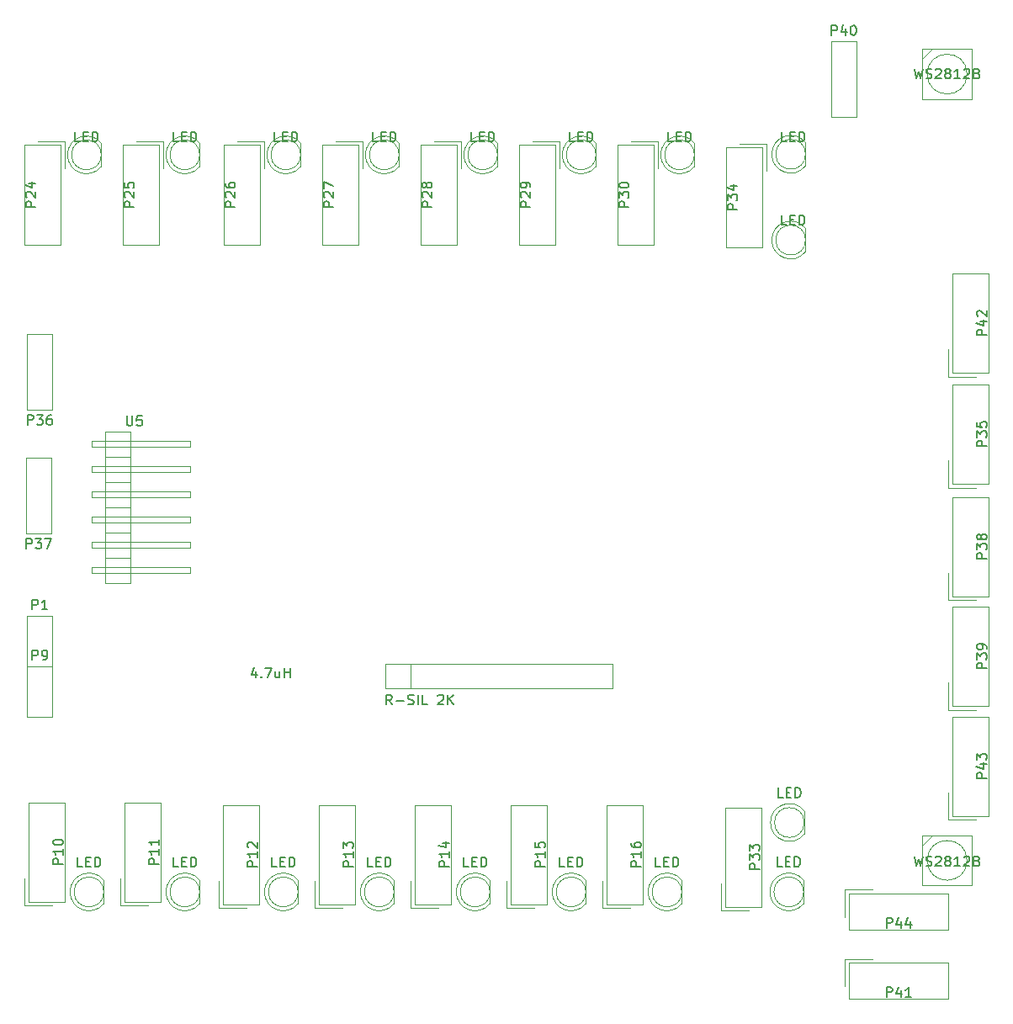
<source format=gbr>
G04 #@! TF.FileFunction,Other,Fab,Top*
%FSLAX46Y46*%
G04 Gerber Fmt 4.6, Leading zero omitted, Abs format (unit mm)*
G04 Created by KiCad (PCBNEW 4.0.6-e0-6349~53~ubuntu16.04.1) date Thu Jun 29 18:49:34 2017*
%MOMM*%
%LPD*%
G01*
G04 APERTURE LIST*
%ADD10C,0.100000*%
%ADD11C,0.150000*%
G04 APERTURE END LIST*
D10*
X132818555Y-106530524D02*
G75*
G03X132818000Y-108862190I-1500555J-1165476D01*
G01*
X132818000Y-107696000D02*
G75*
G03X132818000Y-107696000I-1500000J0D01*
G01*
X132818000Y-108862190D02*
X132818000Y-106529810D01*
X142470555Y-106530524D02*
G75*
G03X142470000Y-108862190I-1500555J-1165476D01*
G01*
X142470000Y-107696000D02*
G75*
G03X142470000Y-107696000I-1500000J0D01*
G01*
X142470000Y-108862190D02*
X142470000Y-106529810D01*
X152376555Y-106530524D02*
G75*
G03X152376000Y-108862190I-1500555J-1165476D01*
G01*
X152376000Y-107696000D02*
G75*
G03X152376000Y-107696000I-1500000J0D01*
G01*
X152376000Y-108862190D02*
X152376000Y-106529810D01*
X162028555Y-106530524D02*
G75*
G03X162028000Y-108862190I-1500555J-1165476D01*
G01*
X162028000Y-107696000D02*
G75*
G03X162028000Y-107696000I-1500000J0D01*
G01*
X162028000Y-108862190D02*
X162028000Y-106529810D01*
X171680555Y-106530524D02*
G75*
G03X171680000Y-108862190I-1500555J-1165476D01*
G01*
X171680000Y-107696000D02*
G75*
G03X171680000Y-107696000I-1500000J0D01*
G01*
X171680000Y-108862190D02*
X171680000Y-106529810D01*
X181332555Y-106530524D02*
G75*
G03X181332000Y-108862190I-1500555J-1165476D01*
G01*
X181332000Y-107696000D02*
G75*
G03X181332000Y-107696000I-1500000J0D01*
G01*
X181332000Y-108862190D02*
X181332000Y-106529810D01*
X190984555Y-106530524D02*
G75*
G03X190984000Y-108862190I-1500555J-1165476D01*
G01*
X190984000Y-107696000D02*
G75*
G03X190984000Y-107696000I-1500000J0D01*
G01*
X190984000Y-108862190D02*
X190984000Y-106529810D01*
X132564555Y-32362524D02*
G75*
G03X132564000Y-34694190I-1500555J-1165476D01*
G01*
X132564000Y-33528000D02*
G75*
G03X132564000Y-33528000I-1500000J0D01*
G01*
X132564000Y-34694190D02*
X132564000Y-32361810D01*
X142470555Y-32362524D02*
G75*
G03X142470000Y-34694190I-1500555J-1165476D01*
G01*
X142470000Y-33528000D02*
G75*
G03X142470000Y-33528000I-1500000J0D01*
G01*
X142470000Y-34694190D02*
X142470000Y-32361810D01*
X152630555Y-32362524D02*
G75*
G03X152630000Y-34694190I-1500555J-1165476D01*
G01*
X152630000Y-33528000D02*
G75*
G03X152630000Y-33528000I-1500000J0D01*
G01*
X152630000Y-34694190D02*
X152630000Y-32361810D01*
X162536555Y-32362524D02*
G75*
G03X162536000Y-34694190I-1500555J-1165476D01*
G01*
X162536000Y-33528000D02*
G75*
G03X162536000Y-33528000I-1500000J0D01*
G01*
X162536000Y-34694190D02*
X162536000Y-32361810D01*
X172442555Y-32362524D02*
G75*
G03X172442000Y-34694190I-1500555J-1165476D01*
G01*
X172442000Y-33528000D02*
G75*
G03X172442000Y-33528000I-1500000J0D01*
G01*
X172442000Y-34694190D02*
X172442000Y-32361810D01*
X182348555Y-32362524D02*
G75*
G03X182348000Y-34694190I-1500555J-1165476D01*
G01*
X182348000Y-33528000D02*
G75*
G03X182348000Y-33528000I-1500000J0D01*
G01*
X182348000Y-34694190D02*
X182348000Y-32361810D01*
X192254555Y-32362524D02*
G75*
G03X192254000Y-34694190I-1500555J-1165476D01*
G01*
X192254000Y-33528000D02*
G75*
G03X192254000Y-33528000I-1500000J0D01*
G01*
X192254000Y-34694190D02*
X192254000Y-32361810D01*
X203240055Y-106530524D02*
G75*
G03X203239500Y-108862190I-1500555J-1165476D01*
G01*
X203239500Y-107696000D02*
G75*
G03X203239500Y-107696000I-1500000J0D01*
G01*
X203239500Y-108862190D02*
X203239500Y-106529810D01*
X203303555Y-99545524D02*
G75*
G03X203303000Y-101877190I-1500555J-1165476D01*
G01*
X203303000Y-100711000D02*
G75*
G03X203303000Y-100711000I-1500000J0D01*
G01*
X203303000Y-101877190D02*
X203303000Y-99544810D01*
X203430555Y-32299024D02*
G75*
G03X203430000Y-34630690I-1500555J-1165476D01*
G01*
X203430000Y-33464500D02*
G75*
G03X203430000Y-33464500I-1500000J0D01*
G01*
X203430000Y-34630690D02*
X203430000Y-32298310D01*
X203430555Y-40935024D02*
G75*
G03X203430000Y-43266690I-1500555J-1165476D01*
G01*
X203430000Y-42100500D02*
G75*
G03X203430000Y-42100500I-1500000J0D01*
G01*
X203430000Y-43266690D02*
X203430000Y-40934310D01*
X215178000Y-103021000D02*
X216178000Y-102021000D01*
X220178000Y-107021000D02*
X220178000Y-102021000D01*
X220178000Y-102021000D02*
X215178000Y-102021000D01*
X215178000Y-102021000D02*
X215178000Y-107021000D01*
X215178000Y-107021000D02*
X220178000Y-107021000D01*
X219678000Y-104521000D02*
G75*
G03X219678000Y-104521000I-2000000J0D01*
G01*
X215178000Y-23900000D02*
X216178000Y-22900000D01*
X220178000Y-27900000D02*
X220178000Y-22900000D01*
X220178000Y-22900000D02*
X215178000Y-22900000D01*
X215178000Y-22900000D02*
X215178000Y-27900000D01*
X215178000Y-27900000D02*
X220178000Y-27900000D01*
X219678000Y-25400000D02*
G75*
G03X219678000Y-25400000I-2000000J0D01*
G01*
X125095000Y-79883000D02*
X125095000Y-84963000D01*
X125095000Y-84963000D02*
X127635000Y-84963000D01*
X127635000Y-84963000D02*
X127635000Y-79883000D01*
X127635000Y-79883000D02*
X125095000Y-79883000D01*
X125095000Y-84963000D02*
X125095000Y-90043000D01*
X125095000Y-90043000D02*
X127635000Y-90043000D01*
X127635000Y-90043000D02*
X127635000Y-84963000D01*
X127635000Y-84963000D02*
X125095000Y-84963000D01*
X125246000Y-108680000D02*
X128896000Y-108680000D01*
X128896000Y-108680000D02*
X128896000Y-98680000D01*
X128896000Y-98680000D02*
X125246000Y-98680000D01*
X125246000Y-98680000D02*
X125246000Y-108680000D01*
X124846000Y-106330000D02*
X124846000Y-109080000D01*
X124846000Y-109080000D02*
X127596000Y-109080000D01*
X134898000Y-108680000D02*
X138548000Y-108680000D01*
X138548000Y-108680000D02*
X138548000Y-98680000D01*
X138548000Y-98680000D02*
X134898000Y-98680000D01*
X134898000Y-98680000D02*
X134898000Y-108680000D01*
X134498000Y-106330000D02*
X134498000Y-109080000D01*
X134498000Y-109080000D02*
X137248000Y-109080000D01*
X144804000Y-108934000D02*
X148454000Y-108934000D01*
X148454000Y-108934000D02*
X148454000Y-98934000D01*
X148454000Y-98934000D02*
X144804000Y-98934000D01*
X144804000Y-98934000D02*
X144804000Y-108934000D01*
X144404000Y-106584000D02*
X144404000Y-109334000D01*
X144404000Y-109334000D02*
X147154000Y-109334000D01*
X154456000Y-108934000D02*
X158106000Y-108934000D01*
X158106000Y-108934000D02*
X158106000Y-98934000D01*
X158106000Y-98934000D02*
X154456000Y-98934000D01*
X154456000Y-98934000D02*
X154456000Y-108934000D01*
X154056000Y-106584000D02*
X154056000Y-109334000D01*
X154056000Y-109334000D02*
X156806000Y-109334000D01*
X164108000Y-108934000D02*
X167758000Y-108934000D01*
X167758000Y-108934000D02*
X167758000Y-98934000D01*
X167758000Y-98934000D02*
X164108000Y-98934000D01*
X164108000Y-98934000D02*
X164108000Y-108934000D01*
X163708000Y-106584000D02*
X163708000Y-109334000D01*
X163708000Y-109334000D02*
X166458000Y-109334000D01*
X173760000Y-108934000D02*
X177410000Y-108934000D01*
X177410000Y-108934000D02*
X177410000Y-98934000D01*
X177410000Y-98934000D02*
X173760000Y-98934000D01*
X173760000Y-98934000D02*
X173760000Y-108934000D01*
X173360000Y-106584000D02*
X173360000Y-109334000D01*
X173360000Y-109334000D02*
X176110000Y-109334000D01*
X183412000Y-108934000D02*
X187062000Y-108934000D01*
X187062000Y-108934000D02*
X187062000Y-98934000D01*
X187062000Y-98934000D02*
X183412000Y-98934000D01*
X183412000Y-98934000D02*
X183412000Y-108934000D01*
X183012000Y-106584000D02*
X183012000Y-109334000D01*
X183012000Y-109334000D02*
X185762000Y-109334000D01*
X128500000Y-32544000D02*
X124850000Y-32544000D01*
X124850000Y-32544000D02*
X124850000Y-42544000D01*
X124850000Y-42544000D02*
X128500000Y-42544000D01*
X128500000Y-42544000D02*
X128500000Y-32544000D01*
X128900000Y-34894000D02*
X128900000Y-32144000D01*
X128900000Y-32144000D02*
X126150000Y-32144000D01*
X138406000Y-32544000D02*
X134756000Y-32544000D01*
X134756000Y-32544000D02*
X134756000Y-42544000D01*
X134756000Y-42544000D02*
X138406000Y-42544000D01*
X138406000Y-42544000D02*
X138406000Y-32544000D01*
X138806000Y-34894000D02*
X138806000Y-32144000D01*
X138806000Y-32144000D02*
X136056000Y-32144000D01*
X148566000Y-32544000D02*
X144916000Y-32544000D01*
X144916000Y-32544000D02*
X144916000Y-42544000D01*
X144916000Y-42544000D02*
X148566000Y-42544000D01*
X148566000Y-42544000D02*
X148566000Y-32544000D01*
X148966000Y-34894000D02*
X148966000Y-32144000D01*
X148966000Y-32144000D02*
X146216000Y-32144000D01*
X158472000Y-32544000D02*
X154822000Y-32544000D01*
X154822000Y-32544000D02*
X154822000Y-42544000D01*
X154822000Y-42544000D02*
X158472000Y-42544000D01*
X158472000Y-42544000D02*
X158472000Y-32544000D01*
X158872000Y-34894000D02*
X158872000Y-32144000D01*
X158872000Y-32144000D02*
X156122000Y-32144000D01*
X168378000Y-32544000D02*
X164728000Y-32544000D01*
X164728000Y-32544000D02*
X164728000Y-42544000D01*
X164728000Y-42544000D02*
X168378000Y-42544000D01*
X168378000Y-42544000D02*
X168378000Y-32544000D01*
X168778000Y-34894000D02*
X168778000Y-32144000D01*
X168778000Y-32144000D02*
X166028000Y-32144000D01*
X178284000Y-32544000D02*
X174634000Y-32544000D01*
X174634000Y-32544000D02*
X174634000Y-42544000D01*
X174634000Y-42544000D02*
X178284000Y-42544000D01*
X178284000Y-42544000D02*
X178284000Y-32544000D01*
X178684000Y-34894000D02*
X178684000Y-32144000D01*
X178684000Y-32144000D02*
X175934000Y-32144000D01*
X188190000Y-32544000D02*
X184540000Y-32544000D01*
X184540000Y-32544000D02*
X184540000Y-42544000D01*
X184540000Y-42544000D02*
X188190000Y-42544000D01*
X188190000Y-42544000D02*
X188190000Y-32544000D01*
X188590000Y-34894000D02*
X188590000Y-32144000D01*
X188590000Y-32144000D02*
X185840000Y-32144000D01*
X195350000Y-109188000D02*
X199000000Y-109188000D01*
X199000000Y-109188000D02*
X199000000Y-99188000D01*
X199000000Y-99188000D02*
X195350000Y-99188000D01*
X195350000Y-99188000D02*
X195350000Y-109188000D01*
X194950000Y-106838000D02*
X194950000Y-109588000D01*
X194950000Y-109588000D02*
X197700000Y-109588000D01*
X199112000Y-32798000D02*
X195462000Y-32798000D01*
X195462000Y-32798000D02*
X195462000Y-42798000D01*
X195462000Y-42798000D02*
X199112000Y-42798000D01*
X199112000Y-42798000D02*
X199112000Y-32798000D01*
X199512000Y-35148000D02*
X199512000Y-32398000D01*
X199512000Y-32398000D02*
X196762000Y-32398000D01*
X127635000Y-59182000D02*
X127635000Y-51562000D01*
X127635000Y-51562000D02*
X125095000Y-51562000D01*
X125095000Y-51562000D02*
X125095000Y-59182000D01*
X125095000Y-59182000D02*
X127635000Y-59182000D01*
X127508000Y-71628000D02*
X127508000Y-64008000D01*
X127508000Y-64008000D02*
X124968000Y-64008000D01*
X124968000Y-64008000D02*
X124968000Y-71628000D01*
X124968000Y-71628000D02*
X127508000Y-71628000D01*
X205994000Y-22098000D02*
X205994000Y-29718000D01*
X205994000Y-29718000D02*
X208534000Y-29718000D01*
X208534000Y-29718000D02*
X208534000Y-22098000D01*
X208534000Y-22098000D02*
X205994000Y-22098000D01*
X161143000Y-84729000D02*
X161143000Y-87229000D01*
X161143000Y-87229000D02*
X184043000Y-87229000D01*
X184043000Y-87229000D02*
X184043000Y-84729000D01*
X184043000Y-84729000D02*
X161143000Y-84729000D01*
X163703000Y-84729000D02*
X163703000Y-87229000D01*
X132972000Y-61341000D02*
X132972000Y-63881000D01*
X132972000Y-63881000D02*
X135472000Y-63881000D01*
X135472000Y-63881000D02*
X135472000Y-61341000D01*
X135472000Y-61341000D02*
X132972000Y-61341000D01*
X131572000Y-62291000D02*
X131572000Y-62931000D01*
X131572000Y-62931000D02*
X141472000Y-62931000D01*
X141472000Y-62931000D02*
X141472000Y-62291000D01*
X141472000Y-62291000D02*
X131572000Y-62291000D01*
X132972000Y-63881000D02*
X132972000Y-66421000D01*
X132972000Y-66421000D02*
X135472000Y-66421000D01*
X135472000Y-66421000D02*
X135472000Y-63881000D01*
X135472000Y-63881000D02*
X132972000Y-63881000D01*
X131572000Y-64831000D02*
X131572000Y-65471000D01*
X131572000Y-65471000D02*
X141472000Y-65471000D01*
X141472000Y-65471000D02*
X141472000Y-64831000D01*
X141472000Y-64831000D02*
X131572000Y-64831000D01*
X132972000Y-66421000D02*
X132972000Y-68961000D01*
X132972000Y-68961000D02*
X135472000Y-68961000D01*
X135472000Y-68961000D02*
X135472000Y-66421000D01*
X135472000Y-66421000D02*
X132972000Y-66421000D01*
X131572000Y-67371000D02*
X131572000Y-68011000D01*
X131572000Y-68011000D02*
X141472000Y-68011000D01*
X141472000Y-68011000D02*
X141472000Y-67371000D01*
X141472000Y-67371000D02*
X131572000Y-67371000D01*
X132972000Y-68961000D02*
X132972000Y-71501000D01*
X132972000Y-71501000D02*
X135472000Y-71501000D01*
X135472000Y-71501000D02*
X135472000Y-68961000D01*
X135472000Y-68961000D02*
X132972000Y-68961000D01*
X131572000Y-69911000D02*
X131572000Y-70551000D01*
X131572000Y-70551000D02*
X141472000Y-70551000D01*
X141472000Y-70551000D02*
X141472000Y-69911000D01*
X141472000Y-69911000D02*
X131572000Y-69911000D01*
X132972000Y-71501000D02*
X132972000Y-74041000D01*
X132972000Y-74041000D02*
X135472000Y-74041000D01*
X135472000Y-74041000D02*
X135472000Y-71501000D01*
X135472000Y-71501000D02*
X132972000Y-71501000D01*
X131572000Y-72451000D02*
X131572000Y-73091000D01*
X131572000Y-73091000D02*
X141472000Y-73091000D01*
X141472000Y-73091000D02*
X141472000Y-72451000D01*
X141472000Y-72451000D02*
X131572000Y-72451000D01*
X132972000Y-74041000D02*
X132972000Y-76581000D01*
X132972000Y-76581000D02*
X135472000Y-76581000D01*
X135472000Y-76581000D02*
X135472000Y-74041000D01*
X135472000Y-74041000D02*
X132972000Y-74041000D01*
X131572000Y-74991000D02*
X131572000Y-75631000D01*
X131572000Y-75631000D02*
X141472000Y-75631000D01*
X141472000Y-75631000D02*
X141472000Y-74991000D01*
X141472000Y-74991000D02*
X131572000Y-74991000D01*
X218210000Y-66643000D02*
X221860000Y-66643000D01*
X221860000Y-66643000D02*
X221860000Y-56643000D01*
X221860000Y-56643000D02*
X218210000Y-56643000D01*
X218210000Y-56643000D02*
X218210000Y-66643000D01*
X217810000Y-64293000D02*
X217810000Y-67043000D01*
X217810000Y-67043000D02*
X220560000Y-67043000D01*
X218210000Y-77946000D02*
X221860000Y-77946000D01*
X221860000Y-77946000D02*
X221860000Y-67946000D01*
X221860000Y-67946000D02*
X218210000Y-67946000D01*
X218210000Y-67946000D02*
X218210000Y-77946000D01*
X217810000Y-75596000D02*
X217810000Y-78346000D01*
X217810000Y-78346000D02*
X220560000Y-78346000D01*
X218210000Y-88995000D02*
X221860000Y-88995000D01*
X221860000Y-88995000D02*
X221860000Y-78995000D01*
X221860000Y-78995000D02*
X218210000Y-78995000D01*
X218210000Y-78995000D02*
X218210000Y-88995000D01*
X217810000Y-86645000D02*
X217810000Y-89395000D01*
X217810000Y-89395000D02*
X220560000Y-89395000D01*
X207804000Y-114832000D02*
X207804000Y-118482000D01*
X207804000Y-118482000D02*
X217804000Y-118482000D01*
X217804000Y-118482000D02*
X217804000Y-114832000D01*
X217804000Y-114832000D02*
X207804000Y-114832000D01*
X210154000Y-114432000D02*
X207404000Y-114432000D01*
X207404000Y-114432000D02*
X207404000Y-117182000D01*
X218210000Y-55467000D02*
X221860000Y-55467000D01*
X221860000Y-55467000D02*
X221860000Y-45467000D01*
X221860000Y-45467000D02*
X218210000Y-45467000D01*
X218210000Y-45467000D02*
X218210000Y-55467000D01*
X217810000Y-53117000D02*
X217810000Y-55867000D01*
X217810000Y-55867000D02*
X220560000Y-55867000D01*
X218210000Y-100044000D02*
X221860000Y-100044000D01*
X221860000Y-100044000D02*
X221860000Y-90044000D01*
X221860000Y-90044000D02*
X218210000Y-90044000D01*
X218210000Y-90044000D02*
X218210000Y-100044000D01*
X217810000Y-97694000D02*
X217810000Y-100444000D01*
X217810000Y-100444000D02*
X220560000Y-100444000D01*
X207804000Y-107847000D02*
X207804000Y-111497000D01*
X207804000Y-111497000D02*
X217804000Y-111497000D01*
X217804000Y-111497000D02*
X217804000Y-107847000D01*
X217804000Y-107847000D02*
X207804000Y-107847000D01*
X210154000Y-107447000D02*
X207404000Y-107447000D01*
X207404000Y-107447000D02*
X207404000Y-110197000D01*
D11*
X130675143Y-105188381D02*
X130198952Y-105188381D01*
X130198952Y-104188381D01*
X131008476Y-104664571D02*
X131341810Y-104664571D01*
X131484667Y-105188381D02*
X131008476Y-105188381D01*
X131008476Y-104188381D01*
X131484667Y-104188381D01*
X131913238Y-105188381D02*
X131913238Y-104188381D01*
X132151333Y-104188381D01*
X132294191Y-104236000D01*
X132389429Y-104331238D01*
X132437048Y-104426476D01*
X132484667Y-104616952D01*
X132484667Y-104759810D01*
X132437048Y-104950286D01*
X132389429Y-105045524D01*
X132294191Y-105140762D01*
X132151333Y-105188381D01*
X131913238Y-105188381D01*
X140327143Y-105188381D02*
X139850952Y-105188381D01*
X139850952Y-104188381D01*
X140660476Y-104664571D02*
X140993810Y-104664571D01*
X141136667Y-105188381D02*
X140660476Y-105188381D01*
X140660476Y-104188381D01*
X141136667Y-104188381D01*
X141565238Y-105188381D02*
X141565238Y-104188381D01*
X141803333Y-104188381D01*
X141946191Y-104236000D01*
X142041429Y-104331238D01*
X142089048Y-104426476D01*
X142136667Y-104616952D01*
X142136667Y-104759810D01*
X142089048Y-104950286D01*
X142041429Y-105045524D01*
X141946191Y-105140762D01*
X141803333Y-105188381D01*
X141565238Y-105188381D01*
X150233143Y-105188381D02*
X149756952Y-105188381D01*
X149756952Y-104188381D01*
X150566476Y-104664571D02*
X150899810Y-104664571D01*
X151042667Y-105188381D02*
X150566476Y-105188381D01*
X150566476Y-104188381D01*
X151042667Y-104188381D01*
X151471238Y-105188381D02*
X151471238Y-104188381D01*
X151709333Y-104188381D01*
X151852191Y-104236000D01*
X151947429Y-104331238D01*
X151995048Y-104426476D01*
X152042667Y-104616952D01*
X152042667Y-104759810D01*
X151995048Y-104950286D01*
X151947429Y-105045524D01*
X151852191Y-105140762D01*
X151709333Y-105188381D01*
X151471238Y-105188381D01*
X159885143Y-105188381D02*
X159408952Y-105188381D01*
X159408952Y-104188381D01*
X160218476Y-104664571D02*
X160551810Y-104664571D01*
X160694667Y-105188381D02*
X160218476Y-105188381D01*
X160218476Y-104188381D01*
X160694667Y-104188381D01*
X161123238Y-105188381D02*
X161123238Y-104188381D01*
X161361333Y-104188381D01*
X161504191Y-104236000D01*
X161599429Y-104331238D01*
X161647048Y-104426476D01*
X161694667Y-104616952D01*
X161694667Y-104759810D01*
X161647048Y-104950286D01*
X161599429Y-105045524D01*
X161504191Y-105140762D01*
X161361333Y-105188381D01*
X161123238Y-105188381D01*
X169537143Y-105188381D02*
X169060952Y-105188381D01*
X169060952Y-104188381D01*
X169870476Y-104664571D02*
X170203810Y-104664571D01*
X170346667Y-105188381D02*
X169870476Y-105188381D01*
X169870476Y-104188381D01*
X170346667Y-104188381D01*
X170775238Y-105188381D02*
X170775238Y-104188381D01*
X171013333Y-104188381D01*
X171156191Y-104236000D01*
X171251429Y-104331238D01*
X171299048Y-104426476D01*
X171346667Y-104616952D01*
X171346667Y-104759810D01*
X171299048Y-104950286D01*
X171251429Y-105045524D01*
X171156191Y-105140762D01*
X171013333Y-105188381D01*
X170775238Y-105188381D01*
X179189143Y-105188381D02*
X178712952Y-105188381D01*
X178712952Y-104188381D01*
X179522476Y-104664571D02*
X179855810Y-104664571D01*
X179998667Y-105188381D02*
X179522476Y-105188381D01*
X179522476Y-104188381D01*
X179998667Y-104188381D01*
X180427238Y-105188381D02*
X180427238Y-104188381D01*
X180665333Y-104188381D01*
X180808191Y-104236000D01*
X180903429Y-104331238D01*
X180951048Y-104426476D01*
X180998667Y-104616952D01*
X180998667Y-104759810D01*
X180951048Y-104950286D01*
X180903429Y-105045524D01*
X180808191Y-105140762D01*
X180665333Y-105188381D01*
X180427238Y-105188381D01*
X188841143Y-105188381D02*
X188364952Y-105188381D01*
X188364952Y-104188381D01*
X189174476Y-104664571D02*
X189507810Y-104664571D01*
X189650667Y-105188381D02*
X189174476Y-105188381D01*
X189174476Y-104188381D01*
X189650667Y-104188381D01*
X190079238Y-105188381D02*
X190079238Y-104188381D01*
X190317333Y-104188381D01*
X190460191Y-104236000D01*
X190555429Y-104331238D01*
X190603048Y-104426476D01*
X190650667Y-104616952D01*
X190650667Y-104759810D01*
X190603048Y-104950286D01*
X190555429Y-105045524D01*
X190460191Y-105140762D01*
X190317333Y-105188381D01*
X190079238Y-105188381D01*
X130421143Y-32202381D02*
X129944952Y-32202381D01*
X129944952Y-31202381D01*
X130754476Y-31678571D02*
X131087810Y-31678571D01*
X131230667Y-32202381D02*
X130754476Y-32202381D01*
X130754476Y-31202381D01*
X131230667Y-31202381D01*
X131659238Y-32202381D02*
X131659238Y-31202381D01*
X131897333Y-31202381D01*
X132040191Y-31250000D01*
X132135429Y-31345238D01*
X132183048Y-31440476D01*
X132230667Y-31630952D01*
X132230667Y-31773810D01*
X132183048Y-31964286D01*
X132135429Y-32059524D01*
X132040191Y-32154762D01*
X131897333Y-32202381D01*
X131659238Y-32202381D01*
X140327143Y-32202381D02*
X139850952Y-32202381D01*
X139850952Y-31202381D01*
X140660476Y-31678571D02*
X140993810Y-31678571D01*
X141136667Y-32202381D02*
X140660476Y-32202381D01*
X140660476Y-31202381D01*
X141136667Y-31202381D01*
X141565238Y-32202381D02*
X141565238Y-31202381D01*
X141803333Y-31202381D01*
X141946191Y-31250000D01*
X142041429Y-31345238D01*
X142089048Y-31440476D01*
X142136667Y-31630952D01*
X142136667Y-31773810D01*
X142089048Y-31964286D01*
X142041429Y-32059524D01*
X141946191Y-32154762D01*
X141803333Y-32202381D01*
X141565238Y-32202381D01*
X150487143Y-32202381D02*
X150010952Y-32202381D01*
X150010952Y-31202381D01*
X150820476Y-31678571D02*
X151153810Y-31678571D01*
X151296667Y-32202381D02*
X150820476Y-32202381D01*
X150820476Y-31202381D01*
X151296667Y-31202381D01*
X151725238Y-32202381D02*
X151725238Y-31202381D01*
X151963333Y-31202381D01*
X152106191Y-31250000D01*
X152201429Y-31345238D01*
X152249048Y-31440476D01*
X152296667Y-31630952D01*
X152296667Y-31773810D01*
X152249048Y-31964286D01*
X152201429Y-32059524D01*
X152106191Y-32154762D01*
X151963333Y-32202381D01*
X151725238Y-32202381D01*
X160393143Y-32202381D02*
X159916952Y-32202381D01*
X159916952Y-31202381D01*
X160726476Y-31678571D02*
X161059810Y-31678571D01*
X161202667Y-32202381D02*
X160726476Y-32202381D01*
X160726476Y-31202381D01*
X161202667Y-31202381D01*
X161631238Y-32202381D02*
X161631238Y-31202381D01*
X161869333Y-31202381D01*
X162012191Y-31250000D01*
X162107429Y-31345238D01*
X162155048Y-31440476D01*
X162202667Y-31630952D01*
X162202667Y-31773810D01*
X162155048Y-31964286D01*
X162107429Y-32059524D01*
X162012191Y-32154762D01*
X161869333Y-32202381D01*
X161631238Y-32202381D01*
X170299143Y-32202381D02*
X169822952Y-32202381D01*
X169822952Y-31202381D01*
X170632476Y-31678571D02*
X170965810Y-31678571D01*
X171108667Y-32202381D02*
X170632476Y-32202381D01*
X170632476Y-31202381D01*
X171108667Y-31202381D01*
X171537238Y-32202381D02*
X171537238Y-31202381D01*
X171775333Y-31202381D01*
X171918191Y-31250000D01*
X172013429Y-31345238D01*
X172061048Y-31440476D01*
X172108667Y-31630952D01*
X172108667Y-31773810D01*
X172061048Y-31964286D01*
X172013429Y-32059524D01*
X171918191Y-32154762D01*
X171775333Y-32202381D01*
X171537238Y-32202381D01*
X180205143Y-32202381D02*
X179728952Y-32202381D01*
X179728952Y-31202381D01*
X180538476Y-31678571D02*
X180871810Y-31678571D01*
X181014667Y-32202381D02*
X180538476Y-32202381D01*
X180538476Y-31202381D01*
X181014667Y-31202381D01*
X181443238Y-32202381D02*
X181443238Y-31202381D01*
X181681333Y-31202381D01*
X181824191Y-31250000D01*
X181919429Y-31345238D01*
X181967048Y-31440476D01*
X182014667Y-31630952D01*
X182014667Y-31773810D01*
X181967048Y-31964286D01*
X181919429Y-32059524D01*
X181824191Y-32154762D01*
X181681333Y-32202381D01*
X181443238Y-32202381D01*
X190111143Y-32202381D02*
X189634952Y-32202381D01*
X189634952Y-31202381D01*
X190444476Y-31678571D02*
X190777810Y-31678571D01*
X190920667Y-32202381D02*
X190444476Y-32202381D01*
X190444476Y-31202381D01*
X190920667Y-31202381D01*
X191349238Y-32202381D02*
X191349238Y-31202381D01*
X191587333Y-31202381D01*
X191730191Y-31250000D01*
X191825429Y-31345238D01*
X191873048Y-31440476D01*
X191920667Y-31630952D01*
X191920667Y-31773810D01*
X191873048Y-31964286D01*
X191825429Y-32059524D01*
X191730191Y-32154762D01*
X191587333Y-32202381D01*
X191349238Y-32202381D01*
X201096643Y-105163881D02*
X200620452Y-105163881D01*
X200620452Y-104163881D01*
X201429976Y-104640071D02*
X201763310Y-104640071D01*
X201906167Y-105163881D02*
X201429976Y-105163881D01*
X201429976Y-104163881D01*
X201906167Y-104163881D01*
X202334738Y-105163881D02*
X202334738Y-104163881D01*
X202572833Y-104163881D01*
X202715691Y-104211500D01*
X202810929Y-104306738D01*
X202858548Y-104401976D01*
X202906167Y-104592452D01*
X202906167Y-104735310D01*
X202858548Y-104925786D01*
X202810929Y-105021024D01*
X202715691Y-105116262D01*
X202572833Y-105163881D01*
X202334738Y-105163881D01*
X201160143Y-98203381D02*
X200683952Y-98203381D01*
X200683952Y-97203381D01*
X201493476Y-97679571D02*
X201826810Y-97679571D01*
X201969667Y-98203381D02*
X201493476Y-98203381D01*
X201493476Y-97203381D01*
X201969667Y-97203381D01*
X202398238Y-98203381D02*
X202398238Y-97203381D01*
X202636333Y-97203381D01*
X202779191Y-97251000D01*
X202874429Y-97346238D01*
X202922048Y-97441476D01*
X202969667Y-97631952D01*
X202969667Y-97774810D01*
X202922048Y-97965286D01*
X202874429Y-98060524D01*
X202779191Y-98155762D01*
X202636333Y-98203381D01*
X202398238Y-98203381D01*
X201541143Y-32202381D02*
X201064952Y-32202381D01*
X201064952Y-31202381D01*
X201874476Y-31678571D02*
X202207810Y-31678571D01*
X202350667Y-32202381D02*
X201874476Y-32202381D01*
X201874476Y-31202381D01*
X202350667Y-31202381D01*
X202779238Y-32202381D02*
X202779238Y-31202381D01*
X203017333Y-31202381D01*
X203160191Y-31250000D01*
X203255429Y-31345238D01*
X203303048Y-31440476D01*
X203350667Y-31630952D01*
X203350667Y-31773810D01*
X203303048Y-31964286D01*
X203255429Y-32059524D01*
X203160191Y-32154762D01*
X203017333Y-32202381D01*
X202779238Y-32202381D01*
X201541143Y-40584381D02*
X201064952Y-40584381D01*
X201064952Y-39584381D01*
X201874476Y-40060571D02*
X202207810Y-40060571D01*
X202350667Y-40584381D02*
X201874476Y-40584381D01*
X201874476Y-39584381D01*
X202350667Y-39584381D01*
X202779238Y-40584381D02*
X202779238Y-39584381D01*
X203017333Y-39584381D01*
X203160191Y-39632000D01*
X203255429Y-39727238D01*
X203303048Y-39822476D01*
X203350667Y-40012952D01*
X203350667Y-40155810D01*
X203303048Y-40346286D01*
X203255429Y-40441524D01*
X203160191Y-40536762D01*
X203017333Y-40584381D01*
X202779238Y-40584381D01*
X214368476Y-104100381D02*
X214606571Y-105100381D01*
X214797048Y-104386095D01*
X214987524Y-105100381D01*
X215225619Y-104100381D01*
X215558952Y-105052762D02*
X215701809Y-105100381D01*
X215939905Y-105100381D01*
X216035143Y-105052762D01*
X216082762Y-105005143D01*
X216130381Y-104909905D01*
X216130381Y-104814667D01*
X216082762Y-104719429D01*
X216035143Y-104671810D01*
X215939905Y-104624190D01*
X215749428Y-104576571D01*
X215654190Y-104528952D01*
X215606571Y-104481333D01*
X215558952Y-104386095D01*
X215558952Y-104290857D01*
X215606571Y-104195619D01*
X215654190Y-104148000D01*
X215749428Y-104100381D01*
X215987524Y-104100381D01*
X216130381Y-104148000D01*
X216511333Y-104195619D02*
X216558952Y-104148000D01*
X216654190Y-104100381D01*
X216892286Y-104100381D01*
X216987524Y-104148000D01*
X217035143Y-104195619D01*
X217082762Y-104290857D01*
X217082762Y-104386095D01*
X217035143Y-104528952D01*
X216463714Y-105100381D01*
X217082762Y-105100381D01*
X217654190Y-104528952D02*
X217558952Y-104481333D01*
X217511333Y-104433714D01*
X217463714Y-104338476D01*
X217463714Y-104290857D01*
X217511333Y-104195619D01*
X217558952Y-104148000D01*
X217654190Y-104100381D01*
X217844667Y-104100381D01*
X217939905Y-104148000D01*
X217987524Y-104195619D01*
X218035143Y-104290857D01*
X218035143Y-104338476D01*
X217987524Y-104433714D01*
X217939905Y-104481333D01*
X217844667Y-104528952D01*
X217654190Y-104528952D01*
X217558952Y-104576571D01*
X217511333Y-104624190D01*
X217463714Y-104719429D01*
X217463714Y-104909905D01*
X217511333Y-105005143D01*
X217558952Y-105052762D01*
X217654190Y-105100381D01*
X217844667Y-105100381D01*
X217939905Y-105052762D01*
X217987524Y-105005143D01*
X218035143Y-104909905D01*
X218035143Y-104719429D01*
X217987524Y-104624190D01*
X217939905Y-104576571D01*
X217844667Y-104528952D01*
X218987524Y-105100381D02*
X218416095Y-105100381D01*
X218701809Y-105100381D02*
X218701809Y-104100381D01*
X218606571Y-104243238D01*
X218511333Y-104338476D01*
X218416095Y-104386095D01*
X219368476Y-104195619D02*
X219416095Y-104148000D01*
X219511333Y-104100381D01*
X219749429Y-104100381D01*
X219844667Y-104148000D01*
X219892286Y-104195619D01*
X219939905Y-104290857D01*
X219939905Y-104386095D01*
X219892286Y-104528952D01*
X219320857Y-105100381D01*
X219939905Y-105100381D01*
X220701810Y-104576571D02*
X220844667Y-104624190D01*
X220892286Y-104671810D01*
X220939905Y-104767048D01*
X220939905Y-104909905D01*
X220892286Y-105005143D01*
X220844667Y-105052762D01*
X220749429Y-105100381D01*
X220368476Y-105100381D01*
X220368476Y-104100381D01*
X220701810Y-104100381D01*
X220797048Y-104148000D01*
X220844667Y-104195619D01*
X220892286Y-104290857D01*
X220892286Y-104386095D01*
X220844667Y-104481333D01*
X220797048Y-104528952D01*
X220701810Y-104576571D01*
X220368476Y-104576571D01*
X214368476Y-24852381D02*
X214606571Y-25852381D01*
X214797048Y-25138095D01*
X214987524Y-25852381D01*
X215225619Y-24852381D01*
X215558952Y-25804762D02*
X215701809Y-25852381D01*
X215939905Y-25852381D01*
X216035143Y-25804762D01*
X216082762Y-25757143D01*
X216130381Y-25661905D01*
X216130381Y-25566667D01*
X216082762Y-25471429D01*
X216035143Y-25423810D01*
X215939905Y-25376190D01*
X215749428Y-25328571D01*
X215654190Y-25280952D01*
X215606571Y-25233333D01*
X215558952Y-25138095D01*
X215558952Y-25042857D01*
X215606571Y-24947619D01*
X215654190Y-24900000D01*
X215749428Y-24852381D01*
X215987524Y-24852381D01*
X216130381Y-24900000D01*
X216511333Y-24947619D02*
X216558952Y-24900000D01*
X216654190Y-24852381D01*
X216892286Y-24852381D01*
X216987524Y-24900000D01*
X217035143Y-24947619D01*
X217082762Y-25042857D01*
X217082762Y-25138095D01*
X217035143Y-25280952D01*
X216463714Y-25852381D01*
X217082762Y-25852381D01*
X217654190Y-25280952D02*
X217558952Y-25233333D01*
X217511333Y-25185714D01*
X217463714Y-25090476D01*
X217463714Y-25042857D01*
X217511333Y-24947619D01*
X217558952Y-24900000D01*
X217654190Y-24852381D01*
X217844667Y-24852381D01*
X217939905Y-24900000D01*
X217987524Y-24947619D01*
X218035143Y-25042857D01*
X218035143Y-25090476D01*
X217987524Y-25185714D01*
X217939905Y-25233333D01*
X217844667Y-25280952D01*
X217654190Y-25280952D01*
X217558952Y-25328571D01*
X217511333Y-25376190D01*
X217463714Y-25471429D01*
X217463714Y-25661905D01*
X217511333Y-25757143D01*
X217558952Y-25804762D01*
X217654190Y-25852381D01*
X217844667Y-25852381D01*
X217939905Y-25804762D01*
X217987524Y-25757143D01*
X218035143Y-25661905D01*
X218035143Y-25471429D01*
X217987524Y-25376190D01*
X217939905Y-25328571D01*
X217844667Y-25280952D01*
X218987524Y-25852381D02*
X218416095Y-25852381D01*
X218701809Y-25852381D02*
X218701809Y-24852381D01*
X218606571Y-24995238D01*
X218511333Y-25090476D01*
X218416095Y-25138095D01*
X219368476Y-24947619D02*
X219416095Y-24900000D01*
X219511333Y-24852381D01*
X219749429Y-24852381D01*
X219844667Y-24900000D01*
X219892286Y-24947619D01*
X219939905Y-25042857D01*
X219939905Y-25138095D01*
X219892286Y-25280952D01*
X219320857Y-25852381D01*
X219939905Y-25852381D01*
X220701810Y-25328571D02*
X220844667Y-25376190D01*
X220892286Y-25423810D01*
X220939905Y-25519048D01*
X220939905Y-25661905D01*
X220892286Y-25757143D01*
X220844667Y-25804762D01*
X220749429Y-25852381D01*
X220368476Y-25852381D01*
X220368476Y-24852381D01*
X220701810Y-24852381D01*
X220797048Y-24900000D01*
X220844667Y-24947619D01*
X220892286Y-25042857D01*
X220892286Y-25138095D01*
X220844667Y-25233333D01*
X220797048Y-25280952D01*
X220701810Y-25328571D01*
X220368476Y-25328571D01*
X148133941Y-85477694D02*
X148133941Y-86144361D01*
X147895845Y-85096742D02*
X147657750Y-85811028D01*
X148276798Y-85811028D01*
X148657750Y-86049123D02*
X148705369Y-86096742D01*
X148657750Y-86144361D01*
X148610131Y-86096742D01*
X148657750Y-86049123D01*
X148657750Y-86144361D01*
X149038702Y-85144361D02*
X149705369Y-85144361D01*
X149276797Y-86144361D01*
X150514893Y-85477694D02*
X150514893Y-86144361D01*
X150086321Y-85477694D02*
X150086321Y-86001504D01*
X150133940Y-86096742D01*
X150229178Y-86144361D01*
X150372036Y-86144361D01*
X150467274Y-86096742D01*
X150514893Y-86049123D01*
X150991083Y-86144361D02*
X150991083Y-85144361D01*
X150991083Y-85620551D02*
X151562512Y-85620551D01*
X151562512Y-86144361D02*
X151562512Y-85144361D01*
X125626905Y-79275381D02*
X125626905Y-78275381D01*
X126007858Y-78275381D01*
X126103096Y-78323000D01*
X126150715Y-78370619D01*
X126198334Y-78465857D01*
X126198334Y-78608714D01*
X126150715Y-78703952D01*
X126103096Y-78751571D01*
X126007858Y-78799190D01*
X125626905Y-78799190D01*
X127150715Y-79275381D02*
X126579286Y-79275381D01*
X126865000Y-79275381D02*
X126865000Y-78275381D01*
X126769762Y-78418238D01*
X126674524Y-78513476D01*
X126579286Y-78561095D01*
X125626905Y-84355381D02*
X125626905Y-83355381D01*
X126007858Y-83355381D01*
X126103096Y-83403000D01*
X126150715Y-83450619D01*
X126198334Y-83545857D01*
X126198334Y-83688714D01*
X126150715Y-83783952D01*
X126103096Y-83831571D01*
X126007858Y-83879190D01*
X125626905Y-83879190D01*
X126674524Y-84355381D02*
X126865000Y-84355381D01*
X126960239Y-84307762D01*
X127007858Y-84260143D01*
X127103096Y-84117286D01*
X127150715Y-83926810D01*
X127150715Y-83545857D01*
X127103096Y-83450619D01*
X127055477Y-83403000D01*
X126960239Y-83355381D01*
X126769762Y-83355381D01*
X126674524Y-83403000D01*
X126626905Y-83450619D01*
X126579286Y-83545857D01*
X126579286Y-83783952D01*
X126626905Y-83879190D01*
X126674524Y-83926810D01*
X126769762Y-83974429D01*
X126960239Y-83974429D01*
X127055477Y-83926810D01*
X127103096Y-83879190D01*
X127150715Y-83783952D01*
X128698381Y-104894286D02*
X127698381Y-104894286D01*
X127698381Y-104513333D01*
X127746000Y-104418095D01*
X127793619Y-104370476D01*
X127888857Y-104322857D01*
X128031714Y-104322857D01*
X128126952Y-104370476D01*
X128174571Y-104418095D01*
X128222190Y-104513333D01*
X128222190Y-104894286D01*
X128698381Y-103370476D02*
X128698381Y-103941905D01*
X128698381Y-103656191D02*
X127698381Y-103656191D01*
X127841238Y-103751429D01*
X127936476Y-103846667D01*
X127984095Y-103941905D01*
X127698381Y-102751429D02*
X127698381Y-102656190D01*
X127746000Y-102560952D01*
X127793619Y-102513333D01*
X127888857Y-102465714D01*
X128079333Y-102418095D01*
X128317429Y-102418095D01*
X128507905Y-102465714D01*
X128603143Y-102513333D01*
X128650762Y-102560952D01*
X128698381Y-102656190D01*
X128698381Y-102751429D01*
X128650762Y-102846667D01*
X128603143Y-102894286D01*
X128507905Y-102941905D01*
X128317429Y-102989524D01*
X128079333Y-102989524D01*
X127888857Y-102941905D01*
X127793619Y-102894286D01*
X127746000Y-102846667D01*
X127698381Y-102751429D01*
X138350381Y-104894286D02*
X137350381Y-104894286D01*
X137350381Y-104513333D01*
X137398000Y-104418095D01*
X137445619Y-104370476D01*
X137540857Y-104322857D01*
X137683714Y-104322857D01*
X137778952Y-104370476D01*
X137826571Y-104418095D01*
X137874190Y-104513333D01*
X137874190Y-104894286D01*
X138350381Y-103370476D02*
X138350381Y-103941905D01*
X138350381Y-103656191D02*
X137350381Y-103656191D01*
X137493238Y-103751429D01*
X137588476Y-103846667D01*
X137636095Y-103941905D01*
X138350381Y-102418095D02*
X138350381Y-102989524D01*
X138350381Y-102703810D02*
X137350381Y-102703810D01*
X137493238Y-102799048D01*
X137588476Y-102894286D01*
X137636095Y-102989524D01*
X148256381Y-105148286D02*
X147256381Y-105148286D01*
X147256381Y-104767333D01*
X147304000Y-104672095D01*
X147351619Y-104624476D01*
X147446857Y-104576857D01*
X147589714Y-104576857D01*
X147684952Y-104624476D01*
X147732571Y-104672095D01*
X147780190Y-104767333D01*
X147780190Y-105148286D01*
X148256381Y-103624476D02*
X148256381Y-104195905D01*
X148256381Y-103910191D02*
X147256381Y-103910191D01*
X147399238Y-104005429D01*
X147494476Y-104100667D01*
X147542095Y-104195905D01*
X147351619Y-103243524D02*
X147304000Y-103195905D01*
X147256381Y-103100667D01*
X147256381Y-102862571D01*
X147304000Y-102767333D01*
X147351619Y-102719714D01*
X147446857Y-102672095D01*
X147542095Y-102672095D01*
X147684952Y-102719714D01*
X148256381Y-103291143D01*
X148256381Y-102672095D01*
X157908381Y-105148286D02*
X156908381Y-105148286D01*
X156908381Y-104767333D01*
X156956000Y-104672095D01*
X157003619Y-104624476D01*
X157098857Y-104576857D01*
X157241714Y-104576857D01*
X157336952Y-104624476D01*
X157384571Y-104672095D01*
X157432190Y-104767333D01*
X157432190Y-105148286D01*
X157908381Y-103624476D02*
X157908381Y-104195905D01*
X157908381Y-103910191D02*
X156908381Y-103910191D01*
X157051238Y-104005429D01*
X157146476Y-104100667D01*
X157194095Y-104195905D01*
X156908381Y-103291143D02*
X156908381Y-102672095D01*
X157289333Y-103005429D01*
X157289333Y-102862571D01*
X157336952Y-102767333D01*
X157384571Y-102719714D01*
X157479810Y-102672095D01*
X157717905Y-102672095D01*
X157813143Y-102719714D01*
X157860762Y-102767333D01*
X157908381Y-102862571D01*
X157908381Y-103148286D01*
X157860762Y-103243524D01*
X157813143Y-103291143D01*
X167560381Y-105148286D02*
X166560381Y-105148286D01*
X166560381Y-104767333D01*
X166608000Y-104672095D01*
X166655619Y-104624476D01*
X166750857Y-104576857D01*
X166893714Y-104576857D01*
X166988952Y-104624476D01*
X167036571Y-104672095D01*
X167084190Y-104767333D01*
X167084190Y-105148286D01*
X167560381Y-103624476D02*
X167560381Y-104195905D01*
X167560381Y-103910191D02*
X166560381Y-103910191D01*
X166703238Y-104005429D01*
X166798476Y-104100667D01*
X166846095Y-104195905D01*
X166893714Y-102767333D02*
X167560381Y-102767333D01*
X166512762Y-103005429D02*
X167227048Y-103243524D01*
X167227048Y-102624476D01*
X177212381Y-105148286D02*
X176212381Y-105148286D01*
X176212381Y-104767333D01*
X176260000Y-104672095D01*
X176307619Y-104624476D01*
X176402857Y-104576857D01*
X176545714Y-104576857D01*
X176640952Y-104624476D01*
X176688571Y-104672095D01*
X176736190Y-104767333D01*
X176736190Y-105148286D01*
X177212381Y-103624476D02*
X177212381Y-104195905D01*
X177212381Y-103910191D02*
X176212381Y-103910191D01*
X176355238Y-104005429D01*
X176450476Y-104100667D01*
X176498095Y-104195905D01*
X176212381Y-102719714D02*
X176212381Y-103195905D01*
X176688571Y-103243524D01*
X176640952Y-103195905D01*
X176593333Y-103100667D01*
X176593333Y-102862571D01*
X176640952Y-102767333D01*
X176688571Y-102719714D01*
X176783810Y-102672095D01*
X177021905Y-102672095D01*
X177117143Y-102719714D01*
X177164762Y-102767333D01*
X177212381Y-102862571D01*
X177212381Y-103100667D01*
X177164762Y-103195905D01*
X177117143Y-103243524D01*
X186864381Y-105148286D02*
X185864381Y-105148286D01*
X185864381Y-104767333D01*
X185912000Y-104672095D01*
X185959619Y-104624476D01*
X186054857Y-104576857D01*
X186197714Y-104576857D01*
X186292952Y-104624476D01*
X186340571Y-104672095D01*
X186388190Y-104767333D01*
X186388190Y-105148286D01*
X186864381Y-103624476D02*
X186864381Y-104195905D01*
X186864381Y-103910191D02*
X185864381Y-103910191D01*
X186007238Y-104005429D01*
X186102476Y-104100667D01*
X186150095Y-104195905D01*
X185864381Y-102767333D02*
X185864381Y-102957810D01*
X185912000Y-103053048D01*
X185959619Y-103100667D01*
X186102476Y-103195905D01*
X186292952Y-103243524D01*
X186673905Y-103243524D01*
X186769143Y-103195905D01*
X186816762Y-103148286D01*
X186864381Y-103053048D01*
X186864381Y-102862571D01*
X186816762Y-102767333D01*
X186769143Y-102719714D01*
X186673905Y-102672095D01*
X186435810Y-102672095D01*
X186340571Y-102719714D01*
X186292952Y-102767333D01*
X186245333Y-102862571D01*
X186245333Y-103053048D01*
X186292952Y-103148286D01*
X186340571Y-103195905D01*
X186435810Y-103243524D01*
X125952381Y-38758286D02*
X124952381Y-38758286D01*
X124952381Y-38377333D01*
X125000000Y-38282095D01*
X125047619Y-38234476D01*
X125142857Y-38186857D01*
X125285714Y-38186857D01*
X125380952Y-38234476D01*
X125428571Y-38282095D01*
X125476190Y-38377333D01*
X125476190Y-38758286D01*
X125047619Y-37805905D02*
X125000000Y-37758286D01*
X124952381Y-37663048D01*
X124952381Y-37424952D01*
X125000000Y-37329714D01*
X125047619Y-37282095D01*
X125142857Y-37234476D01*
X125238095Y-37234476D01*
X125380952Y-37282095D01*
X125952381Y-37853524D01*
X125952381Y-37234476D01*
X125285714Y-36377333D02*
X125952381Y-36377333D01*
X124904762Y-36615429D02*
X125619048Y-36853524D01*
X125619048Y-36234476D01*
X135858381Y-38758286D02*
X134858381Y-38758286D01*
X134858381Y-38377333D01*
X134906000Y-38282095D01*
X134953619Y-38234476D01*
X135048857Y-38186857D01*
X135191714Y-38186857D01*
X135286952Y-38234476D01*
X135334571Y-38282095D01*
X135382190Y-38377333D01*
X135382190Y-38758286D01*
X134953619Y-37805905D02*
X134906000Y-37758286D01*
X134858381Y-37663048D01*
X134858381Y-37424952D01*
X134906000Y-37329714D01*
X134953619Y-37282095D01*
X135048857Y-37234476D01*
X135144095Y-37234476D01*
X135286952Y-37282095D01*
X135858381Y-37853524D01*
X135858381Y-37234476D01*
X134858381Y-36329714D02*
X134858381Y-36805905D01*
X135334571Y-36853524D01*
X135286952Y-36805905D01*
X135239333Y-36710667D01*
X135239333Y-36472571D01*
X135286952Y-36377333D01*
X135334571Y-36329714D01*
X135429810Y-36282095D01*
X135667905Y-36282095D01*
X135763143Y-36329714D01*
X135810762Y-36377333D01*
X135858381Y-36472571D01*
X135858381Y-36710667D01*
X135810762Y-36805905D01*
X135763143Y-36853524D01*
X146018381Y-38758286D02*
X145018381Y-38758286D01*
X145018381Y-38377333D01*
X145066000Y-38282095D01*
X145113619Y-38234476D01*
X145208857Y-38186857D01*
X145351714Y-38186857D01*
X145446952Y-38234476D01*
X145494571Y-38282095D01*
X145542190Y-38377333D01*
X145542190Y-38758286D01*
X145113619Y-37805905D02*
X145066000Y-37758286D01*
X145018381Y-37663048D01*
X145018381Y-37424952D01*
X145066000Y-37329714D01*
X145113619Y-37282095D01*
X145208857Y-37234476D01*
X145304095Y-37234476D01*
X145446952Y-37282095D01*
X146018381Y-37853524D01*
X146018381Y-37234476D01*
X145018381Y-36377333D02*
X145018381Y-36567810D01*
X145066000Y-36663048D01*
X145113619Y-36710667D01*
X145256476Y-36805905D01*
X145446952Y-36853524D01*
X145827905Y-36853524D01*
X145923143Y-36805905D01*
X145970762Y-36758286D01*
X146018381Y-36663048D01*
X146018381Y-36472571D01*
X145970762Y-36377333D01*
X145923143Y-36329714D01*
X145827905Y-36282095D01*
X145589810Y-36282095D01*
X145494571Y-36329714D01*
X145446952Y-36377333D01*
X145399333Y-36472571D01*
X145399333Y-36663048D01*
X145446952Y-36758286D01*
X145494571Y-36805905D01*
X145589810Y-36853524D01*
X155924381Y-38758286D02*
X154924381Y-38758286D01*
X154924381Y-38377333D01*
X154972000Y-38282095D01*
X155019619Y-38234476D01*
X155114857Y-38186857D01*
X155257714Y-38186857D01*
X155352952Y-38234476D01*
X155400571Y-38282095D01*
X155448190Y-38377333D01*
X155448190Y-38758286D01*
X155019619Y-37805905D02*
X154972000Y-37758286D01*
X154924381Y-37663048D01*
X154924381Y-37424952D01*
X154972000Y-37329714D01*
X155019619Y-37282095D01*
X155114857Y-37234476D01*
X155210095Y-37234476D01*
X155352952Y-37282095D01*
X155924381Y-37853524D01*
X155924381Y-37234476D01*
X154924381Y-36901143D02*
X154924381Y-36234476D01*
X155924381Y-36663048D01*
X165830381Y-38758286D02*
X164830381Y-38758286D01*
X164830381Y-38377333D01*
X164878000Y-38282095D01*
X164925619Y-38234476D01*
X165020857Y-38186857D01*
X165163714Y-38186857D01*
X165258952Y-38234476D01*
X165306571Y-38282095D01*
X165354190Y-38377333D01*
X165354190Y-38758286D01*
X164925619Y-37805905D02*
X164878000Y-37758286D01*
X164830381Y-37663048D01*
X164830381Y-37424952D01*
X164878000Y-37329714D01*
X164925619Y-37282095D01*
X165020857Y-37234476D01*
X165116095Y-37234476D01*
X165258952Y-37282095D01*
X165830381Y-37853524D01*
X165830381Y-37234476D01*
X165258952Y-36663048D02*
X165211333Y-36758286D01*
X165163714Y-36805905D01*
X165068476Y-36853524D01*
X165020857Y-36853524D01*
X164925619Y-36805905D01*
X164878000Y-36758286D01*
X164830381Y-36663048D01*
X164830381Y-36472571D01*
X164878000Y-36377333D01*
X164925619Y-36329714D01*
X165020857Y-36282095D01*
X165068476Y-36282095D01*
X165163714Y-36329714D01*
X165211333Y-36377333D01*
X165258952Y-36472571D01*
X165258952Y-36663048D01*
X165306571Y-36758286D01*
X165354190Y-36805905D01*
X165449429Y-36853524D01*
X165639905Y-36853524D01*
X165735143Y-36805905D01*
X165782762Y-36758286D01*
X165830381Y-36663048D01*
X165830381Y-36472571D01*
X165782762Y-36377333D01*
X165735143Y-36329714D01*
X165639905Y-36282095D01*
X165449429Y-36282095D01*
X165354190Y-36329714D01*
X165306571Y-36377333D01*
X165258952Y-36472571D01*
X175736381Y-38758286D02*
X174736381Y-38758286D01*
X174736381Y-38377333D01*
X174784000Y-38282095D01*
X174831619Y-38234476D01*
X174926857Y-38186857D01*
X175069714Y-38186857D01*
X175164952Y-38234476D01*
X175212571Y-38282095D01*
X175260190Y-38377333D01*
X175260190Y-38758286D01*
X174831619Y-37805905D02*
X174784000Y-37758286D01*
X174736381Y-37663048D01*
X174736381Y-37424952D01*
X174784000Y-37329714D01*
X174831619Y-37282095D01*
X174926857Y-37234476D01*
X175022095Y-37234476D01*
X175164952Y-37282095D01*
X175736381Y-37853524D01*
X175736381Y-37234476D01*
X175736381Y-36758286D02*
X175736381Y-36567810D01*
X175688762Y-36472571D01*
X175641143Y-36424952D01*
X175498286Y-36329714D01*
X175307810Y-36282095D01*
X174926857Y-36282095D01*
X174831619Y-36329714D01*
X174784000Y-36377333D01*
X174736381Y-36472571D01*
X174736381Y-36663048D01*
X174784000Y-36758286D01*
X174831619Y-36805905D01*
X174926857Y-36853524D01*
X175164952Y-36853524D01*
X175260190Y-36805905D01*
X175307810Y-36758286D01*
X175355429Y-36663048D01*
X175355429Y-36472571D01*
X175307810Y-36377333D01*
X175260190Y-36329714D01*
X175164952Y-36282095D01*
X185642381Y-38758286D02*
X184642381Y-38758286D01*
X184642381Y-38377333D01*
X184690000Y-38282095D01*
X184737619Y-38234476D01*
X184832857Y-38186857D01*
X184975714Y-38186857D01*
X185070952Y-38234476D01*
X185118571Y-38282095D01*
X185166190Y-38377333D01*
X185166190Y-38758286D01*
X184642381Y-37853524D02*
X184642381Y-37234476D01*
X185023333Y-37567810D01*
X185023333Y-37424952D01*
X185070952Y-37329714D01*
X185118571Y-37282095D01*
X185213810Y-37234476D01*
X185451905Y-37234476D01*
X185547143Y-37282095D01*
X185594762Y-37329714D01*
X185642381Y-37424952D01*
X185642381Y-37710667D01*
X185594762Y-37805905D01*
X185547143Y-37853524D01*
X184642381Y-36615429D02*
X184642381Y-36520190D01*
X184690000Y-36424952D01*
X184737619Y-36377333D01*
X184832857Y-36329714D01*
X185023333Y-36282095D01*
X185261429Y-36282095D01*
X185451905Y-36329714D01*
X185547143Y-36377333D01*
X185594762Y-36424952D01*
X185642381Y-36520190D01*
X185642381Y-36615429D01*
X185594762Y-36710667D01*
X185547143Y-36758286D01*
X185451905Y-36805905D01*
X185261429Y-36853524D01*
X185023333Y-36853524D01*
X184832857Y-36805905D01*
X184737619Y-36758286D01*
X184690000Y-36710667D01*
X184642381Y-36615429D01*
X198802381Y-105402286D02*
X197802381Y-105402286D01*
X197802381Y-105021333D01*
X197850000Y-104926095D01*
X197897619Y-104878476D01*
X197992857Y-104830857D01*
X198135714Y-104830857D01*
X198230952Y-104878476D01*
X198278571Y-104926095D01*
X198326190Y-105021333D01*
X198326190Y-105402286D01*
X197802381Y-104497524D02*
X197802381Y-103878476D01*
X198183333Y-104211810D01*
X198183333Y-104068952D01*
X198230952Y-103973714D01*
X198278571Y-103926095D01*
X198373810Y-103878476D01*
X198611905Y-103878476D01*
X198707143Y-103926095D01*
X198754762Y-103973714D01*
X198802381Y-104068952D01*
X198802381Y-104354667D01*
X198754762Y-104449905D01*
X198707143Y-104497524D01*
X197802381Y-103545143D02*
X197802381Y-102926095D01*
X198183333Y-103259429D01*
X198183333Y-103116571D01*
X198230952Y-103021333D01*
X198278571Y-102973714D01*
X198373810Y-102926095D01*
X198611905Y-102926095D01*
X198707143Y-102973714D01*
X198754762Y-103021333D01*
X198802381Y-103116571D01*
X198802381Y-103402286D01*
X198754762Y-103497524D01*
X198707143Y-103545143D01*
X196564381Y-39012286D02*
X195564381Y-39012286D01*
X195564381Y-38631333D01*
X195612000Y-38536095D01*
X195659619Y-38488476D01*
X195754857Y-38440857D01*
X195897714Y-38440857D01*
X195992952Y-38488476D01*
X196040571Y-38536095D01*
X196088190Y-38631333D01*
X196088190Y-39012286D01*
X195564381Y-38107524D02*
X195564381Y-37488476D01*
X195945333Y-37821810D01*
X195945333Y-37678952D01*
X195992952Y-37583714D01*
X196040571Y-37536095D01*
X196135810Y-37488476D01*
X196373905Y-37488476D01*
X196469143Y-37536095D01*
X196516762Y-37583714D01*
X196564381Y-37678952D01*
X196564381Y-37964667D01*
X196516762Y-38059905D01*
X196469143Y-38107524D01*
X195897714Y-36631333D02*
X196564381Y-36631333D01*
X195516762Y-36869429D02*
X196231048Y-37107524D01*
X196231048Y-36488476D01*
X125150714Y-60694381D02*
X125150714Y-59694381D01*
X125531667Y-59694381D01*
X125626905Y-59742000D01*
X125674524Y-59789619D01*
X125722143Y-59884857D01*
X125722143Y-60027714D01*
X125674524Y-60122952D01*
X125626905Y-60170571D01*
X125531667Y-60218190D01*
X125150714Y-60218190D01*
X126055476Y-59694381D02*
X126674524Y-59694381D01*
X126341190Y-60075333D01*
X126484048Y-60075333D01*
X126579286Y-60122952D01*
X126626905Y-60170571D01*
X126674524Y-60265810D01*
X126674524Y-60503905D01*
X126626905Y-60599143D01*
X126579286Y-60646762D01*
X126484048Y-60694381D01*
X126198333Y-60694381D01*
X126103095Y-60646762D01*
X126055476Y-60599143D01*
X127531667Y-59694381D02*
X127341190Y-59694381D01*
X127245952Y-59742000D01*
X127198333Y-59789619D01*
X127103095Y-59932476D01*
X127055476Y-60122952D01*
X127055476Y-60503905D01*
X127103095Y-60599143D01*
X127150714Y-60646762D01*
X127245952Y-60694381D01*
X127436429Y-60694381D01*
X127531667Y-60646762D01*
X127579286Y-60599143D01*
X127626905Y-60503905D01*
X127626905Y-60265810D01*
X127579286Y-60170571D01*
X127531667Y-60122952D01*
X127436429Y-60075333D01*
X127245952Y-60075333D01*
X127150714Y-60122952D01*
X127103095Y-60170571D01*
X127055476Y-60265810D01*
X125023714Y-73140381D02*
X125023714Y-72140381D01*
X125404667Y-72140381D01*
X125499905Y-72188000D01*
X125547524Y-72235619D01*
X125595143Y-72330857D01*
X125595143Y-72473714D01*
X125547524Y-72568952D01*
X125499905Y-72616571D01*
X125404667Y-72664190D01*
X125023714Y-72664190D01*
X125928476Y-72140381D02*
X126547524Y-72140381D01*
X126214190Y-72521333D01*
X126357048Y-72521333D01*
X126452286Y-72568952D01*
X126499905Y-72616571D01*
X126547524Y-72711810D01*
X126547524Y-72949905D01*
X126499905Y-73045143D01*
X126452286Y-73092762D01*
X126357048Y-73140381D01*
X126071333Y-73140381D01*
X125976095Y-73092762D01*
X125928476Y-73045143D01*
X126880857Y-72140381D02*
X127547524Y-72140381D01*
X127118952Y-73140381D01*
X206049714Y-21490381D02*
X206049714Y-20490381D01*
X206430667Y-20490381D01*
X206525905Y-20538000D01*
X206573524Y-20585619D01*
X206621143Y-20680857D01*
X206621143Y-20823714D01*
X206573524Y-20918952D01*
X206525905Y-20966571D01*
X206430667Y-21014190D01*
X206049714Y-21014190D01*
X207478286Y-20823714D02*
X207478286Y-21490381D01*
X207240190Y-20442762D02*
X207002095Y-21157048D01*
X207621143Y-21157048D01*
X208192571Y-20490381D02*
X208287810Y-20490381D01*
X208383048Y-20538000D01*
X208430667Y-20585619D01*
X208478286Y-20680857D01*
X208525905Y-20871333D01*
X208525905Y-21109429D01*
X208478286Y-21299905D01*
X208430667Y-21395143D01*
X208383048Y-21442762D01*
X208287810Y-21490381D01*
X208192571Y-21490381D01*
X208097333Y-21442762D01*
X208049714Y-21395143D01*
X208002095Y-21299905D01*
X207954476Y-21109429D01*
X207954476Y-20871333D01*
X208002095Y-20680857D01*
X208049714Y-20585619D01*
X208097333Y-20538000D01*
X208192571Y-20490381D01*
X161806286Y-88844381D02*
X161472952Y-88368190D01*
X161234857Y-88844381D02*
X161234857Y-87844381D01*
X161615810Y-87844381D01*
X161711048Y-87892000D01*
X161758667Y-87939619D01*
X161806286Y-88034857D01*
X161806286Y-88177714D01*
X161758667Y-88272952D01*
X161711048Y-88320571D01*
X161615810Y-88368190D01*
X161234857Y-88368190D01*
X162234857Y-88463429D02*
X162996762Y-88463429D01*
X163425333Y-88796762D02*
X163568190Y-88844381D01*
X163806286Y-88844381D01*
X163901524Y-88796762D01*
X163949143Y-88749143D01*
X163996762Y-88653905D01*
X163996762Y-88558667D01*
X163949143Y-88463429D01*
X163901524Y-88415810D01*
X163806286Y-88368190D01*
X163615809Y-88320571D01*
X163520571Y-88272952D01*
X163472952Y-88225333D01*
X163425333Y-88130095D01*
X163425333Y-88034857D01*
X163472952Y-87939619D01*
X163520571Y-87892000D01*
X163615809Y-87844381D01*
X163853905Y-87844381D01*
X163996762Y-87892000D01*
X164425333Y-88844381D02*
X164425333Y-87844381D01*
X165377714Y-88844381D02*
X164901523Y-88844381D01*
X164901523Y-87844381D01*
X166425333Y-87939619D02*
X166472952Y-87892000D01*
X166568190Y-87844381D01*
X166806286Y-87844381D01*
X166901524Y-87892000D01*
X166949143Y-87939619D01*
X166996762Y-88034857D01*
X166996762Y-88130095D01*
X166949143Y-88272952D01*
X166377714Y-88844381D01*
X166996762Y-88844381D01*
X167425333Y-88844381D02*
X167425333Y-87844381D01*
X167996762Y-88844381D02*
X167568190Y-88272952D01*
X167996762Y-87844381D02*
X167425333Y-88415810D01*
X135125095Y-59793381D02*
X135125095Y-60602905D01*
X135172714Y-60698143D01*
X135220333Y-60745762D01*
X135315571Y-60793381D01*
X135506048Y-60793381D01*
X135601286Y-60745762D01*
X135648905Y-60698143D01*
X135696524Y-60602905D01*
X135696524Y-59793381D01*
X136648905Y-59793381D02*
X136172714Y-59793381D01*
X136125095Y-60269571D01*
X136172714Y-60221952D01*
X136267952Y-60174333D01*
X136506048Y-60174333D01*
X136601286Y-60221952D01*
X136648905Y-60269571D01*
X136696524Y-60364810D01*
X136696524Y-60602905D01*
X136648905Y-60698143D01*
X136601286Y-60745762D01*
X136506048Y-60793381D01*
X136267952Y-60793381D01*
X136172714Y-60745762D01*
X136125095Y-60698143D01*
X221662381Y-62857286D02*
X220662381Y-62857286D01*
X220662381Y-62476333D01*
X220710000Y-62381095D01*
X220757619Y-62333476D01*
X220852857Y-62285857D01*
X220995714Y-62285857D01*
X221090952Y-62333476D01*
X221138571Y-62381095D01*
X221186190Y-62476333D01*
X221186190Y-62857286D01*
X220662381Y-61952524D02*
X220662381Y-61333476D01*
X221043333Y-61666810D01*
X221043333Y-61523952D01*
X221090952Y-61428714D01*
X221138571Y-61381095D01*
X221233810Y-61333476D01*
X221471905Y-61333476D01*
X221567143Y-61381095D01*
X221614762Y-61428714D01*
X221662381Y-61523952D01*
X221662381Y-61809667D01*
X221614762Y-61904905D01*
X221567143Y-61952524D01*
X220662381Y-60428714D02*
X220662381Y-60904905D01*
X221138571Y-60952524D01*
X221090952Y-60904905D01*
X221043333Y-60809667D01*
X221043333Y-60571571D01*
X221090952Y-60476333D01*
X221138571Y-60428714D01*
X221233810Y-60381095D01*
X221471905Y-60381095D01*
X221567143Y-60428714D01*
X221614762Y-60476333D01*
X221662381Y-60571571D01*
X221662381Y-60809667D01*
X221614762Y-60904905D01*
X221567143Y-60952524D01*
X221662381Y-74160286D02*
X220662381Y-74160286D01*
X220662381Y-73779333D01*
X220710000Y-73684095D01*
X220757619Y-73636476D01*
X220852857Y-73588857D01*
X220995714Y-73588857D01*
X221090952Y-73636476D01*
X221138571Y-73684095D01*
X221186190Y-73779333D01*
X221186190Y-74160286D01*
X220662381Y-73255524D02*
X220662381Y-72636476D01*
X221043333Y-72969810D01*
X221043333Y-72826952D01*
X221090952Y-72731714D01*
X221138571Y-72684095D01*
X221233810Y-72636476D01*
X221471905Y-72636476D01*
X221567143Y-72684095D01*
X221614762Y-72731714D01*
X221662381Y-72826952D01*
X221662381Y-73112667D01*
X221614762Y-73207905D01*
X221567143Y-73255524D01*
X221090952Y-72065048D02*
X221043333Y-72160286D01*
X220995714Y-72207905D01*
X220900476Y-72255524D01*
X220852857Y-72255524D01*
X220757619Y-72207905D01*
X220710000Y-72160286D01*
X220662381Y-72065048D01*
X220662381Y-71874571D01*
X220710000Y-71779333D01*
X220757619Y-71731714D01*
X220852857Y-71684095D01*
X220900476Y-71684095D01*
X220995714Y-71731714D01*
X221043333Y-71779333D01*
X221090952Y-71874571D01*
X221090952Y-72065048D01*
X221138571Y-72160286D01*
X221186190Y-72207905D01*
X221281429Y-72255524D01*
X221471905Y-72255524D01*
X221567143Y-72207905D01*
X221614762Y-72160286D01*
X221662381Y-72065048D01*
X221662381Y-71874571D01*
X221614762Y-71779333D01*
X221567143Y-71731714D01*
X221471905Y-71684095D01*
X221281429Y-71684095D01*
X221186190Y-71731714D01*
X221138571Y-71779333D01*
X221090952Y-71874571D01*
X221662381Y-85209286D02*
X220662381Y-85209286D01*
X220662381Y-84828333D01*
X220710000Y-84733095D01*
X220757619Y-84685476D01*
X220852857Y-84637857D01*
X220995714Y-84637857D01*
X221090952Y-84685476D01*
X221138571Y-84733095D01*
X221186190Y-84828333D01*
X221186190Y-85209286D01*
X220662381Y-84304524D02*
X220662381Y-83685476D01*
X221043333Y-84018810D01*
X221043333Y-83875952D01*
X221090952Y-83780714D01*
X221138571Y-83733095D01*
X221233810Y-83685476D01*
X221471905Y-83685476D01*
X221567143Y-83733095D01*
X221614762Y-83780714D01*
X221662381Y-83875952D01*
X221662381Y-84161667D01*
X221614762Y-84256905D01*
X221567143Y-84304524D01*
X221662381Y-83209286D02*
X221662381Y-83018810D01*
X221614762Y-82923571D01*
X221567143Y-82875952D01*
X221424286Y-82780714D01*
X221233810Y-82733095D01*
X220852857Y-82733095D01*
X220757619Y-82780714D01*
X220710000Y-82828333D01*
X220662381Y-82923571D01*
X220662381Y-83114048D01*
X220710000Y-83209286D01*
X220757619Y-83256905D01*
X220852857Y-83304524D01*
X221090952Y-83304524D01*
X221186190Y-83256905D01*
X221233810Y-83209286D01*
X221281429Y-83114048D01*
X221281429Y-82923571D01*
X221233810Y-82828333D01*
X221186190Y-82780714D01*
X221090952Y-82733095D01*
X211589714Y-118284381D02*
X211589714Y-117284381D01*
X211970667Y-117284381D01*
X212065905Y-117332000D01*
X212113524Y-117379619D01*
X212161143Y-117474857D01*
X212161143Y-117617714D01*
X212113524Y-117712952D01*
X212065905Y-117760571D01*
X211970667Y-117808190D01*
X211589714Y-117808190D01*
X213018286Y-117617714D02*
X213018286Y-118284381D01*
X212780190Y-117236762D02*
X212542095Y-117951048D01*
X213161143Y-117951048D01*
X214065905Y-118284381D02*
X213494476Y-118284381D01*
X213780190Y-118284381D02*
X213780190Y-117284381D01*
X213684952Y-117427238D01*
X213589714Y-117522476D01*
X213494476Y-117570095D01*
X221662381Y-51681286D02*
X220662381Y-51681286D01*
X220662381Y-51300333D01*
X220710000Y-51205095D01*
X220757619Y-51157476D01*
X220852857Y-51109857D01*
X220995714Y-51109857D01*
X221090952Y-51157476D01*
X221138571Y-51205095D01*
X221186190Y-51300333D01*
X221186190Y-51681286D01*
X220995714Y-50252714D02*
X221662381Y-50252714D01*
X220614762Y-50490810D02*
X221329048Y-50728905D01*
X221329048Y-50109857D01*
X220757619Y-49776524D02*
X220710000Y-49728905D01*
X220662381Y-49633667D01*
X220662381Y-49395571D01*
X220710000Y-49300333D01*
X220757619Y-49252714D01*
X220852857Y-49205095D01*
X220948095Y-49205095D01*
X221090952Y-49252714D01*
X221662381Y-49824143D01*
X221662381Y-49205095D01*
X221662381Y-96258286D02*
X220662381Y-96258286D01*
X220662381Y-95877333D01*
X220710000Y-95782095D01*
X220757619Y-95734476D01*
X220852857Y-95686857D01*
X220995714Y-95686857D01*
X221090952Y-95734476D01*
X221138571Y-95782095D01*
X221186190Y-95877333D01*
X221186190Y-96258286D01*
X220995714Y-94829714D02*
X221662381Y-94829714D01*
X220614762Y-95067810D02*
X221329048Y-95305905D01*
X221329048Y-94686857D01*
X220662381Y-94401143D02*
X220662381Y-93782095D01*
X221043333Y-94115429D01*
X221043333Y-93972571D01*
X221090952Y-93877333D01*
X221138571Y-93829714D01*
X221233810Y-93782095D01*
X221471905Y-93782095D01*
X221567143Y-93829714D01*
X221614762Y-93877333D01*
X221662381Y-93972571D01*
X221662381Y-94258286D01*
X221614762Y-94353524D01*
X221567143Y-94401143D01*
X211589714Y-111299381D02*
X211589714Y-110299381D01*
X211970667Y-110299381D01*
X212065905Y-110347000D01*
X212113524Y-110394619D01*
X212161143Y-110489857D01*
X212161143Y-110632714D01*
X212113524Y-110727952D01*
X212065905Y-110775571D01*
X211970667Y-110823190D01*
X211589714Y-110823190D01*
X213018286Y-110632714D02*
X213018286Y-111299381D01*
X212780190Y-110251762D02*
X212542095Y-110966048D01*
X213161143Y-110966048D01*
X213970667Y-110632714D02*
X213970667Y-111299381D01*
X213732571Y-110251762D02*
X213494476Y-110966048D01*
X214113524Y-110966048D01*
M02*

</source>
